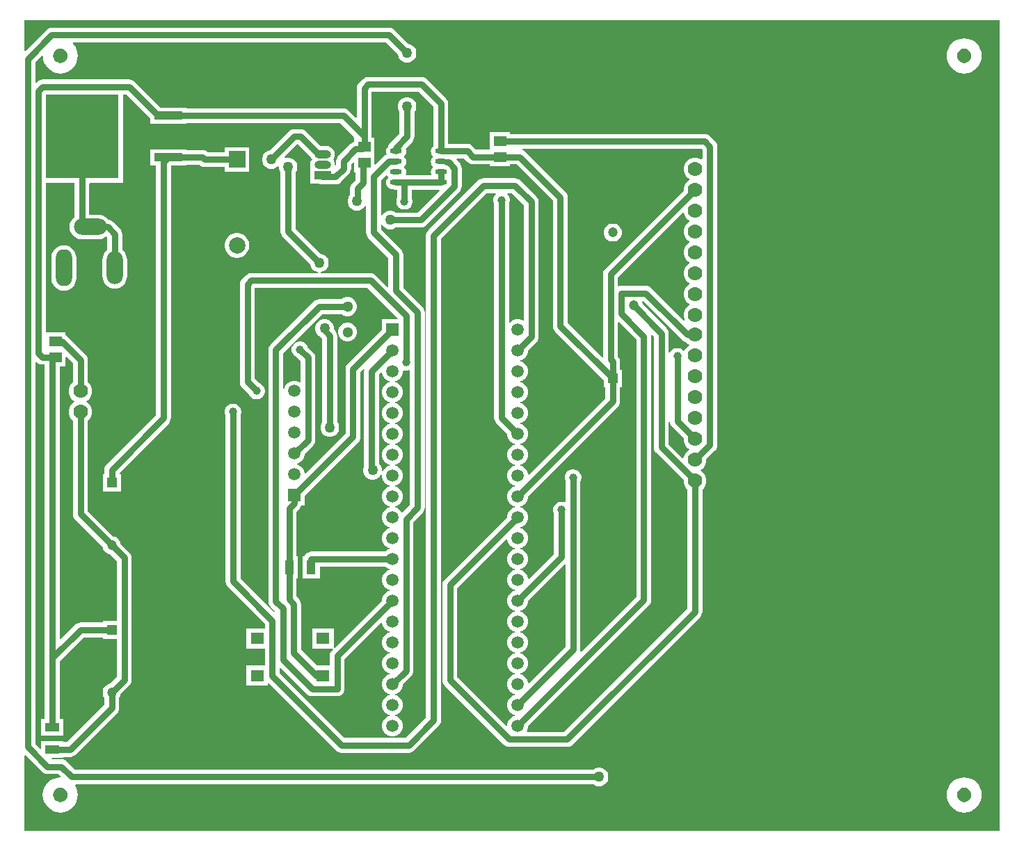
<source format=gtl>
G04*
G04 #@! TF.GenerationSoftware,Altium Limited,Altium Designer,23.1.1 (15)*
G04*
G04 Layer_Physical_Order=1*
G04 Layer_Color=255*
%FSLAX44Y44*%
%MOMM*%
G71*
G04*
G04 #@! TF.SameCoordinates,D6B2EDEF-5A9D-4844-A5D7-26F624485CE4*
G04*
G04*
G04 #@! TF.FilePolarity,Positive*
G04*
G01*
G75*
%ADD17R,1.1000X1.7000*%
%ADD18R,1.6000X1.4000*%
%ADD19R,1.5000X1.3000*%
%ADD20O,1.4500X0.6000*%
%ADD21R,8.9000X10.2500*%
%ADD22R,3.4000X1.0000*%
%ADD23R,1.7000X1.1000*%
%ADD47C,0.8000*%
%ADD48C,1.7780*%
%ADD49C,1.3000*%
%ADD50C,1.5000*%
%ADD51R,1.5000X1.5000*%
%ADD52R,1.5000X1.5000*%
%ADD53R,1.2000X1.2000*%
%ADD54C,1.2000*%
%ADD55O,2.0000X1.0000*%
%ADD56R,2.0000X1.0000*%
%ADD57C,2.0000*%
%ADD58R,2.0000X2.0000*%
%ADD59O,2.0000X4.5000*%
%ADD60O,2.0000X4.0000*%
%ADD61O,4.0000X2.0000*%
%ADD62C,1.5000*%
%ADD63C,1.2700*%
%ADD64C,1.0000*%
G36*
X1594167Y272333D02*
X406953D01*
Y363822D01*
X408126Y364308D01*
X428452Y343982D01*
X430332Y342539D01*
X432522Y341632D01*
X434871Y341323D01*
X448077D01*
X450991Y338408D01*
X450315Y337289D01*
X446390Y336902D01*
X442381Y335686D01*
X438686Y333711D01*
X435447Y331053D01*
X432789Y327814D01*
X430814Y324119D01*
X429598Y320110D01*
X429187Y315940D01*
X429598Y311770D01*
X430814Y307761D01*
X432789Y304066D01*
X435447Y300827D01*
X438686Y298169D01*
X442381Y296194D01*
X446390Y294978D01*
X450560Y294567D01*
X454730Y294978D01*
X458739Y296194D01*
X462434Y298169D01*
X465673Y300827D01*
X468331Y304066D01*
X470306Y307761D01*
X471522Y311770D01*
X471933Y315940D01*
X471522Y320110D01*
X470306Y324119D01*
X468514Y327472D01*
X469049Y328742D01*
X1099196D01*
X1099201Y328738D01*
X1101789Y327243D01*
X1104676Y326470D01*
X1107664D01*
X1110551Y327243D01*
X1113139Y328738D01*
X1115252Y330851D01*
X1116747Y333439D01*
X1117520Y336326D01*
Y339314D01*
X1116747Y342201D01*
X1115252Y344789D01*
X1113139Y346902D01*
X1110551Y348396D01*
X1107664Y349170D01*
X1104676D01*
X1101789Y348396D01*
X1099201Y346902D01*
X1099196Y346898D01*
X468177D01*
X458255Y356819D01*
X456375Y358262D01*
X454186Y359169D01*
X451837Y359478D01*
X439782D01*
X439741Y359540D01*
X440420Y360810D01*
X454190D01*
Y362232D01*
X462496D01*
X464845Y362542D01*
X467035Y363448D01*
X468915Y364891D01*
X519499Y415475D01*
X520942Y417355D01*
X521848Y419544D01*
X522158Y421894D01*
Y434413D01*
X523330Y436444D01*
X523937Y438710D01*
X534739Y449511D01*
X536181Y451391D01*
X537088Y453581D01*
X537398Y455930D01*
Y604520D01*
X537088Y606870D01*
X536181Y609059D01*
X534739Y610939D01*
X523937Y621740D01*
X523330Y624006D01*
X521882Y626514D01*
X519834Y628562D01*
X517326Y630010D01*
X515060Y630617D01*
X484058Y661620D01*
Y771754D01*
X486095Y773791D01*
X487923Y776959D01*
X488870Y780491D01*
Y784149D01*
X487923Y787681D01*
X486095Y790849D01*
X483509Y793435D01*
X481863Y794385D01*
Y795655D01*
X483509Y796605D01*
X486095Y799191D01*
X487923Y802359D01*
X488870Y805891D01*
Y809549D01*
X487923Y813081D01*
X486095Y816249D01*
X484058Y818286D01*
Y845566D01*
X483748Y847915D01*
X482841Y850105D01*
X481399Y851985D01*
X458945Y874439D01*
X457065Y875882D01*
X457000Y875908D01*
Y879520D01*
X432908D01*
Y1061350D01*
X467742D01*
Y1019535D01*
X466162Y1018238D01*
X464288Y1015954D01*
X462895Y1013348D01*
X462037Y1010520D01*
X461747Y1007580D01*
X462037Y1004639D01*
X462895Y1001812D01*
X464288Y999206D01*
X466162Y996922D01*
X468446Y995048D01*
X471052Y993655D01*
X473880Y992797D01*
X476820Y992507D01*
X496820D01*
X499760Y992797D01*
X502588Y993655D01*
X505194Y995048D01*
X506567Y996175D01*
X507742Y995000D01*
Y979535D01*
X506162Y978238D01*
X504287Y975954D01*
X502895Y973348D01*
X502037Y970520D01*
X501747Y967580D01*
Y947580D01*
X502037Y944640D01*
X502895Y941812D01*
X504287Y939206D01*
X506162Y936922D01*
X508446Y935048D01*
X511052Y933655D01*
X513879Y932797D01*
X516820Y932507D01*
X519760Y932797D01*
X522588Y933655D01*
X525194Y935048D01*
X527478Y936922D01*
X529352Y939206D01*
X530745Y941812D01*
X531603Y944640D01*
X531893Y947580D01*
Y967580D01*
X531603Y970520D01*
X530745Y973348D01*
X529352Y975954D01*
X527478Y978238D01*
X525897Y979535D01*
Y998760D01*
X525898Y998760D01*
X525588Y1001109D01*
X524681Y1003299D01*
X523239Y1005179D01*
X523239Y1005179D01*
X514419Y1013999D01*
X512539Y1015441D01*
X510349Y1016348D01*
X508869Y1016543D01*
X507478Y1018238D01*
X505194Y1020112D01*
X502588Y1021505D01*
X499760Y1022363D01*
X496820Y1022653D01*
X485898D01*
Y1059890D01*
X486109Y1060399D01*
X486234Y1061350D01*
X526840D01*
Y1168974D01*
X530910D01*
X559840Y1140044D01*
Y1133000D01*
X603840D01*
Y1133922D01*
X791260D01*
X807588Y1117594D01*
X807920Y1116400D01*
X807920D01*
X807920Y1116400D01*
Y1111179D01*
X807843Y1111168D01*
X805654Y1110262D01*
X803773Y1108819D01*
X788887Y1093932D01*
X787444Y1092052D01*
X786537Y1089863D01*
X786228Y1087513D01*
Y1083044D01*
X785927Y1082853D01*
X785341Y1083073D01*
X784673Y1083563D01*
X784363Y1085920D01*
X783355Y1088353D01*
X782352Y1089660D01*
X783355Y1090967D01*
X784363Y1093400D01*
X784706Y1096010D01*
X784363Y1098621D01*
X783355Y1101053D01*
X781752Y1103142D01*
X779663Y1104745D01*
X777231Y1105753D01*
X774620Y1106096D01*
X767371D01*
X749449Y1124019D01*
X747569Y1125462D01*
X745379Y1126368D01*
X743030Y1126678D01*
X735330D01*
X732980Y1126368D01*
X730791Y1125462D01*
X728911Y1124019D01*
X705902Y1101010D01*
X705896D01*
X703009Y1100237D01*
X700421Y1098742D01*
X698308Y1096629D01*
X696814Y1094041D01*
X696040Y1091154D01*
Y1088166D01*
X696814Y1085279D01*
X698308Y1082691D01*
X700421Y1080578D01*
X703009Y1079083D01*
X705896Y1078310D01*
X708884D01*
X711771Y1079083D01*
X714359Y1080578D01*
X715090Y1081309D01*
X716360Y1080783D01*
Y1079276D01*
X717133Y1076389D01*
X718628Y1073801D01*
X718632Y1073796D01*
Y1002030D01*
X718942Y999681D01*
X719848Y997491D01*
X721291Y995611D01*
X754460Y962442D01*
Y962436D01*
X755234Y959549D01*
X756728Y956961D01*
X758841Y954848D01*
X761429Y953354D01*
X763914Y952688D01*
X763747Y951418D01*
X682866D01*
X680517Y951108D01*
X678327Y950201D01*
X676447Y948759D01*
X676447Y948759D01*
X671761Y944073D01*
X670319Y942193D01*
X669412Y940003D01*
X669102Y937654D01*
Y818896D01*
X669412Y816547D01*
X670319Y814357D01*
X671761Y812477D01*
X679913Y804325D01*
X680038Y803860D01*
X681354Y801580D01*
X683216Y799718D01*
X685496Y798401D01*
X688039Y797720D01*
X690673D01*
X693216Y798401D01*
X695496Y799718D01*
X697358Y801580D01*
X698674Y803860D01*
X699356Y806404D01*
Y809036D01*
X698674Y811580D01*
X697358Y813860D01*
X695496Y815722D01*
X693216Y817038D01*
X692751Y817163D01*
X687258Y822656D01*
Y933262D01*
X824270D01*
X861113Y896420D01*
X860587Y895150D01*
X842210D01*
Y882988D01*
X800285Y841063D01*
X798842Y839183D01*
X797936Y836993D01*
X797626Y834644D01*
Y755854D01*
X749003Y707231D01*
X748406Y707479D01*
X747811Y707835D01*
X746978Y710945D01*
X745332Y713795D01*
X743005Y716123D01*
X740155Y717768D01*
X738683Y718163D01*
Y719477D01*
X740155Y719872D01*
X743005Y721517D01*
X745332Y723845D01*
X746978Y726695D01*
X747830Y729874D01*
Y731182D01*
X758259Y741611D01*
X759702Y743491D01*
X760608Y745680D01*
X760918Y748030D01*
Y848614D01*
X760608Y850964D01*
X759702Y853153D01*
X758259Y855033D01*
X751631Y861661D01*
X751507Y862126D01*
X750190Y864406D01*
X748328Y866268D01*
X746048Y867585D01*
X743504Y868266D01*
X740872D01*
X738328Y867585D01*
X736048Y866268D01*
X734186Y864406D01*
X732869Y862126D01*
X732188Y859583D01*
Y856949D01*
X732869Y854406D01*
X734186Y852126D01*
X736048Y850264D01*
X738328Y848948D01*
X738793Y848823D01*
X742762Y844854D01*
Y819133D01*
X741663Y818498D01*
X740155Y819368D01*
X736976Y820220D01*
X733684D01*
X730505Y819368D01*
X727655Y817722D01*
X725328Y815395D01*
X723682Y812545D01*
X723072Y810267D01*
X721802Y810435D01*
Y853998D01*
X769316Y901512D01*
X792914D01*
X793039Y901388D01*
X795661Y899874D01*
X798586Y899090D01*
X801614D01*
X804539Y899874D01*
X807161Y901388D01*
X809302Y903529D01*
X810816Y906151D01*
X811600Y909076D01*
Y912104D01*
X810816Y915029D01*
X809302Y917651D01*
X807161Y919792D01*
X804539Y921306D01*
X801614Y922090D01*
X798586D01*
X795661Y921306D01*
X793039Y919792D01*
X792914Y919668D01*
X765556D01*
X763206Y919358D01*
X761017Y918452D01*
X759137Y917009D01*
X706305Y864177D01*
X704863Y862297D01*
X703956Y860107D01*
X703646Y857758D01*
Y551590D01*
X703956Y549241D01*
X704863Y547052D01*
X706305Y545172D01*
X711826Y539651D01*
X711764Y539342D01*
X710386Y538923D01*
X669732Y579578D01*
Y778043D01*
X669973Y778460D01*
X670654Y781003D01*
Y783636D01*
X669973Y786180D01*
X668656Y788460D01*
X666794Y790322D01*
X664514Y791638D01*
X661971Y792320D01*
X659337D01*
X656794Y791638D01*
X654514Y790322D01*
X652652Y788460D01*
X651336Y786180D01*
X650654Y783636D01*
Y781003D01*
X651336Y778460D01*
X651576Y778043D01*
Y575818D01*
X651886Y573469D01*
X652793Y571279D01*
X654235Y569399D01*
X699439Y524196D01*
Y518370D01*
X677250D01*
Y494370D01*
X699439D01*
Y473370D01*
X677250D01*
Y449370D01*
X703250D01*
Y451415D01*
X704423Y451901D01*
X786315Y370009D01*
X788195Y368567D01*
X790385Y367660D01*
X792734Y367350D01*
X874776D01*
X877125Y367660D01*
X879315Y368567D01*
X881195Y370009D01*
X911167Y399981D01*
X912609Y401861D01*
X913516Y404051D01*
X913826Y406400D01*
Y993444D01*
X969214Y1048832D01*
X979932D01*
X980458Y1047562D01*
X979550Y1046655D01*
X978233Y1044374D01*
X977552Y1041831D01*
Y1039198D01*
X978233Y1036655D01*
X978474Y1036237D01*
Y775208D01*
X978784Y772859D01*
X979690Y770669D01*
X981133Y768789D01*
X994610Y755312D01*
Y754004D01*
X995462Y750825D01*
X997107Y747975D01*
X999435Y745648D01*
X1002285Y744002D01*
X1003757Y743607D01*
Y742293D01*
X1002285Y741898D01*
X999435Y740253D01*
X997107Y737925D01*
X995462Y735075D01*
X994610Y731896D01*
Y728604D01*
X995462Y725425D01*
X997107Y722575D01*
X999435Y720247D01*
X1002285Y718602D01*
X1003757Y718207D01*
Y716893D01*
X1002285Y716498D01*
X999435Y714853D01*
X997107Y712525D01*
X995462Y709675D01*
X994610Y706496D01*
Y703204D01*
X995462Y700025D01*
X997107Y697175D01*
X999435Y694847D01*
X1002285Y693202D01*
X1003757Y692807D01*
Y691493D01*
X1002285Y691098D01*
X999435Y689453D01*
X997107Y687125D01*
X995462Y684275D01*
X994610Y681096D01*
Y677804D01*
X995462Y674625D01*
X997107Y671775D01*
X999435Y669447D01*
X1002285Y667802D01*
X1003757Y667407D01*
Y666093D01*
X1002285Y665698D01*
X999435Y664053D01*
X997107Y661725D01*
X995462Y658875D01*
X994610Y655696D01*
Y654388D01*
X918141Y577919D01*
X916699Y576039D01*
X915792Y573849D01*
X915482Y571500D01*
Y455930D01*
X915792Y453581D01*
X916699Y451391D01*
X918141Y449511D01*
X990531Y377121D01*
X992411Y375678D01*
X994601Y374772D01*
X996950Y374462D01*
X996950Y374462D01*
X1067308D01*
X1069657Y374772D01*
X1071847Y375678D01*
X1073727Y377121D01*
X1229429Y532823D01*
X1230872Y534703D01*
X1231778Y536893D01*
X1232088Y539242D01*
Y687934D01*
X1234125Y689971D01*
X1235953Y693139D01*
X1236900Y696671D01*
Y700329D01*
X1235953Y703861D01*
X1234125Y707029D01*
X1231539Y709615D01*
X1229893Y710565D01*
Y711835D01*
X1231539Y712785D01*
X1234125Y715371D01*
X1235953Y718539D01*
X1236900Y722071D01*
Y724952D01*
X1247463Y735515D01*
X1248905Y737395D01*
X1249812Y739585D01*
X1250122Y741934D01*
X1250122Y741934D01*
Y1105662D01*
X1249812Y1108011D01*
X1248905Y1110201D01*
X1247463Y1112081D01*
X1247463Y1112081D01*
X1241265Y1118279D01*
X1239385Y1119722D01*
X1237195Y1120628D01*
X1234846Y1120938D01*
X998020D01*
Y1123360D01*
X973020D01*
Y1101937D01*
X956616D01*
X952315Y1106239D01*
X950435Y1107682D01*
X948245Y1108588D01*
X945896Y1108898D01*
X922788D01*
Y1157660D01*
X922788Y1157660D01*
X922478Y1160009D01*
X921572Y1162199D01*
X920129Y1164079D01*
X896689Y1187519D01*
X894809Y1188961D01*
X892619Y1189868D01*
X890270Y1190178D01*
X825106D01*
X822757Y1189868D01*
X820567Y1188961D01*
X818687Y1187519D01*
X818687Y1187519D01*
X814001Y1182833D01*
X812559Y1180953D01*
X811652Y1178763D01*
X811342Y1176414D01*
Y1141175D01*
X810169Y1140689D01*
X801439Y1149419D01*
X799559Y1150862D01*
X797369Y1151768D01*
X795020Y1152078D01*
X603840D01*
Y1153000D01*
X572560D01*
X541089Y1184471D01*
X539209Y1185913D01*
X537019Y1186820D01*
X534670Y1187130D01*
X428516D01*
X426167Y1186820D01*
X423978Y1185913D01*
X422098Y1184471D01*
X422097Y1184471D01*
X421081Y1183454D01*
X419908Y1183940D01*
Y1208187D01*
X428092Y1216371D01*
X429211Y1215695D01*
X429598Y1211770D01*
X430814Y1207761D01*
X432789Y1204066D01*
X435447Y1200827D01*
X438686Y1198169D01*
X442381Y1196194D01*
X446390Y1194978D01*
X450560Y1194567D01*
X454730Y1194978D01*
X458739Y1196194D01*
X462434Y1198169D01*
X465673Y1200827D01*
X468331Y1204066D01*
X470306Y1207761D01*
X471522Y1211770D01*
X471933Y1215940D01*
X471522Y1220110D01*
X470306Y1224119D01*
X468331Y1227814D01*
X465829Y1230862D01*
X466143Y1232132D01*
X846720D01*
X861140Y1217712D01*
Y1217706D01*
X861914Y1214819D01*
X863408Y1212231D01*
X865521Y1210118D01*
X868109Y1208624D01*
X870996Y1207850D01*
X873984D01*
X876871Y1208624D01*
X879459Y1210118D01*
X881572Y1212231D01*
X883066Y1214819D01*
X883840Y1217706D01*
Y1220694D01*
X883066Y1223581D01*
X881572Y1226169D01*
X879459Y1228282D01*
X876871Y1229777D01*
X873984Y1230550D01*
X873978D01*
X856899Y1247629D01*
X855019Y1249072D01*
X852829Y1249978D01*
X850480Y1250288D01*
X440093D01*
X437743Y1249978D01*
X435554Y1249072D01*
X433674Y1247629D01*
X408126Y1222081D01*
X406953Y1222567D01*
Y1259547D01*
X1594167D01*
Y272333D01*
D02*
G37*
G36*
X452806Y1224322D02*
X454899Y1223455D01*
X456696Y1222076D01*
X458075Y1220279D01*
X458942Y1218186D01*
X459237Y1215940D01*
X458942Y1213694D01*
X458075Y1211601D01*
X456696Y1209804D01*
X454899Y1208425D01*
X452806Y1207558D01*
X450560Y1207263D01*
X448314Y1207558D01*
X446221Y1208425D01*
X444424Y1209804D01*
X443045Y1211601D01*
X442178Y1213694D01*
X441883Y1215940D01*
X442178Y1218186D01*
X443045Y1220279D01*
X444424Y1222076D01*
X446221Y1223455D01*
X448314Y1224322D01*
X450560Y1224617D01*
X452806Y1224322D01*
D02*
G37*
G36*
X1231966Y1101902D02*
Y1090564D01*
X1230696Y1089831D01*
X1228371Y1091173D01*
X1224839Y1092120D01*
X1221181D01*
X1217649Y1091173D01*
X1214481Y1089345D01*
X1211895Y1086759D01*
X1210067Y1083591D01*
X1209120Y1080059D01*
Y1076401D01*
X1210067Y1072869D01*
X1211895Y1069701D01*
X1214481Y1067115D01*
X1216127Y1066165D01*
Y1064895D01*
X1214481Y1063945D01*
X1211895Y1061359D01*
X1210067Y1058191D01*
X1209120Y1054659D01*
Y1051778D01*
X1113801Y956459D01*
X1112358Y954579D01*
X1111451Y952389D01*
X1111142Y950040D01*
Y849135D01*
X1109969Y848649D01*
X1068004Y890614D01*
Y1043838D01*
X1067694Y1046187D01*
X1066787Y1048377D01*
X1065345Y1050257D01*
X1016323Y1099279D01*
X1014443Y1100721D01*
X1012533Y1101513D01*
X1012785Y1102783D01*
X1231086D01*
X1231966Y1101902D01*
D02*
G37*
G36*
X904632Y1153900D02*
Y1106199D01*
X903755Y1105526D01*
X902472Y1103855D01*
X901666Y1101908D01*
X901391Y1099820D01*
X901666Y1097732D01*
X902472Y1095786D01*
X903755Y1094114D01*
X903767Y1094105D01*
Y1092835D01*
X903755Y1092826D01*
X902472Y1091154D01*
X901666Y1089208D01*
X901391Y1087120D01*
X901666Y1085032D01*
X902472Y1083085D01*
X903755Y1081414D01*
X903767Y1081405D01*
Y1080135D01*
X903755Y1080126D01*
X902472Y1078455D01*
X901666Y1076508D01*
X901391Y1074420D01*
X901666Y1072332D01*
X901864Y1071854D01*
X901159Y1070798D01*
X871761D01*
X871056Y1071854D01*
X871254Y1072332D01*
X871529Y1074420D01*
X871254Y1076508D01*
X870448Y1078455D01*
X869165Y1080126D01*
X869153Y1080135D01*
Y1081405D01*
X869165Y1081414D01*
X870448Y1083085D01*
X871254Y1085032D01*
X871529Y1087120D01*
X871254Y1089208D01*
X870448Y1091154D01*
X869165Y1092826D01*
X869153Y1092835D01*
Y1094105D01*
X869165Y1094114D01*
X870448Y1095786D01*
X871254Y1097732D01*
X871529Y1099820D01*
X871254Y1101908D01*
X870780Y1103052D01*
X878909Y1111181D01*
X878909Y1111181D01*
X880351Y1113061D01*
X881258Y1115250D01*
X881568Y1117600D01*
Y1147456D01*
X881572Y1147461D01*
X883066Y1150049D01*
X883840Y1152936D01*
Y1155924D01*
X883066Y1158811D01*
X881572Y1161399D01*
X879459Y1163512D01*
X876871Y1165006D01*
X873984Y1165780D01*
X870996D01*
X868109Y1165006D01*
X865521Y1163512D01*
X863408Y1161399D01*
X861914Y1158811D01*
X861140Y1155924D01*
Y1152936D01*
X861914Y1150049D01*
X863408Y1147461D01*
X863412Y1147456D01*
Y1121360D01*
X852101Y1110049D01*
X850658Y1108169D01*
X849752Y1105979D01*
X849741Y1105899D01*
X849254Y1105526D01*
X847972Y1103855D01*
X847166Y1101908D01*
X846891Y1099820D01*
X847166Y1097732D01*
X847946Y1095848D01*
X845853Y1094982D01*
X843973Y1093539D01*
X834093Y1083659D01*
X832920Y1084145D01*
Y1093400D01*
Y1116400D01*
X829553D01*
X829498Y1117600D01*
X829498Y1117600D01*
Y1172022D01*
X886510D01*
X904632Y1153900D01*
D02*
G37*
G36*
X847119Y1070555D02*
X848111Y1070205D01*
X849254Y1068714D01*
X849266Y1068705D01*
Y1067435D01*
X849254Y1067426D01*
X847972Y1065754D01*
X847166Y1063808D01*
X846891Y1061720D01*
X847166Y1059632D01*
X847972Y1057685D01*
X849254Y1056014D01*
X850925Y1054732D01*
X852871Y1053926D01*
X854960Y1053651D01*
X855172D01*
X856860Y1052952D01*
X859210Y1052642D01*
X860364D01*
Y1043099D01*
X860124Y1042682D01*
X859442Y1040138D01*
Y1037505D01*
X860124Y1034962D01*
X861440Y1032682D01*
X863302Y1030820D01*
X865582Y1029503D01*
X868126Y1028822D01*
X870759D01*
X873302Y1029503D01*
X875582Y1030820D01*
X877444Y1032682D01*
X878761Y1034962D01*
X879442Y1037505D01*
Y1040138D01*
X878761Y1042682D01*
X878520Y1043099D01*
Y1052642D01*
X911356D01*
X911842Y1051469D01*
X885451Y1025078D01*
X859144D01*
X859139Y1025082D01*
X856551Y1026577D01*
X853664Y1027350D01*
X850676D01*
X847789Y1026577D01*
X845201Y1025082D01*
X843088Y1022969D01*
X842198Y1021427D01*
X840928Y1021768D01*
Y1064818D01*
X846740Y1070630D01*
X847119Y1070555D01*
D02*
G37*
G36*
X755220Y1092572D02*
X755885Y1090967D01*
X756888Y1089660D01*
X755885Y1088353D01*
X754877Y1085920D01*
X754534Y1083310D01*
X754722Y1081880D01*
X754620Y1080610D01*
X754620Y1080610D01*
X754620Y1080610D01*
Y1060610D01*
X765010D01*
X766636Y1059937D01*
X768985Y1059627D01*
X785495D01*
X787844Y1059937D01*
X790034Y1060844D01*
X791914Y1062286D01*
X801724Y1072097D01*
X803167Y1073977D01*
X804074Y1076166D01*
X804383Y1078516D01*
Y1083753D01*
X806747Y1086117D01*
X807920Y1085631D01*
Y1074400D01*
X809772D01*
Y1064970D01*
X806010Y1061208D01*
X804568Y1059328D01*
X803661Y1057139D01*
X803352Y1054789D01*
Y1046733D01*
X802448Y1045829D01*
X800954Y1043241D01*
X800180Y1040354D01*
Y1037366D01*
X800954Y1034479D01*
X802448Y1031891D01*
X804561Y1029778D01*
X807149Y1028283D01*
X810036Y1027510D01*
X813024D01*
X815911Y1028283D01*
X818499Y1029778D01*
X820612Y1031891D01*
X821502Y1033433D01*
X822772Y1033092D01*
Y1000760D01*
X823082Y998411D01*
X823988Y996221D01*
X825431Y994341D01*
X849774Y969998D01*
Y935094D01*
X848600Y934608D01*
X834449Y948759D01*
X832569Y950201D01*
X830380Y951108D01*
X828030Y951418D01*
X767873D01*
X767706Y952688D01*
X770191Y953354D01*
X772779Y954848D01*
X774892Y956961D01*
X776386Y959549D01*
X777160Y962436D01*
Y965424D01*
X776386Y968311D01*
X774892Y970899D01*
X772779Y973012D01*
X770191Y974507D01*
X767304Y975280D01*
X767298D01*
X736788Y1005790D01*
Y1073796D01*
X736792Y1073801D01*
X738287Y1076389D01*
X739060Y1079276D01*
Y1082264D01*
X738287Y1085151D01*
X736792Y1087739D01*
X734679Y1089852D01*
X732091Y1091347D01*
X729204Y1092120D01*
X726216D01*
X723850Y1091486D01*
X723192Y1092625D01*
X739090Y1108522D01*
X739270D01*
X755220Y1092572D01*
D02*
G37*
G36*
X1014542Y1034592D02*
Y894063D01*
X1013443Y893428D01*
X1011935Y894298D01*
X1008756Y895150D01*
X1005464D01*
X1002285Y894298D01*
X999435Y892653D01*
X997900Y891117D01*
X996630Y891643D01*
Y1036237D01*
X996870Y1036655D01*
X997552Y1039198D01*
Y1041831D01*
X996870Y1044374D01*
X995554Y1046655D01*
X994646Y1047562D01*
X995172Y1048832D01*
X1000302D01*
X1014542Y1034592D01*
D02*
G37*
G36*
X1209394Y1024580D02*
X1210067Y1022069D01*
X1211895Y1018901D01*
X1214481Y1016315D01*
X1216127Y1015365D01*
Y1014095D01*
X1214481Y1013145D01*
X1211895Y1010559D01*
X1210067Y1007391D01*
X1209120Y1003859D01*
Y1000201D01*
X1210067Y996669D01*
X1211895Y993501D01*
X1214481Y990915D01*
X1216127Y989965D01*
Y988695D01*
X1214481Y987745D01*
X1211895Y985159D01*
X1210067Y981991D01*
X1209120Y978459D01*
Y974801D01*
X1210067Y971269D01*
X1211895Y968101D01*
X1214481Y965515D01*
X1216127Y964565D01*
Y963295D01*
X1214481Y962345D01*
X1211895Y959759D01*
X1210067Y956591D01*
X1209120Y953059D01*
Y949401D01*
X1210067Y945869D01*
X1211895Y942701D01*
X1214481Y940115D01*
X1216127Y939165D01*
Y937895D01*
X1214481Y936945D01*
X1211895Y934359D01*
X1210067Y931191D01*
X1209120Y927659D01*
Y924001D01*
X1210067Y920469D01*
X1211895Y917301D01*
X1214481Y914715D01*
X1216127Y913765D01*
Y912495D01*
X1214481Y911545D01*
X1211895Y908959D01*
X1210067Y905791D01*
X1209120Y902259D01*
Y898601D01*
X1210067Y895069D01*
X1210641Y894073D01*
X1209625Y893293D01*
X1169639Y933279D01*
X1167759Y934722D01*
X1165570Y935629D01*
X1163220Y935938D01*
X1133220D01*
X1130871Y935629D01*
X1130353Y935414D01*
X1129297Y936120D01*
Y946280D01*
X1207977Y1024959D01*
X1209394Y1024580D01*
D02*
G37*
G36*
X1207362Y869881D02*
X1209242Y868438D01*
X1211431Y867532D01*
X1212242Y867425D01*
X1214481Y865185D01*
X1216127Y864235D01*
Y862965D01*
X1214481Y862015D01*
X1211895Y859429D01*
X1210479Y856976D01*
X1210367Y856905D01*
X1208951Y856779D01*
X1207560Y858170D01*
X1205280Y859486D01*
X1202737Y860168D01*
X1200104D01*
X1197560Y859486D01*
X1195280Y858170D01*
X1193418Y856308D01*
X1192464Y854655D01*
X1191194Y854995D01*
Y877964D01*
X1191194Y877964D01*
X1190884Y880314D01*
X1189977Y882503D01*
X1188535Y884383D01*
X1159078Y913840D01*
X1158513Y915947D01*
X1158611Y916315D01*
X1159259Y917280D01*
X1159898Y917345D01*
X1207362Y869881D01*
D02*
G37*
G36*
X876133Y832545D02*
Y669546D01*
X866768Y660181D01*
X865508Y660346D01*
X864713Y661725D01*
X862385Y664053D01*
X859535Y665698D01*
X858063Y666093D01*
Y667407D01*
X859535Y667802D01*
X862385Y669447D01*
X864713Y671775D01*
X866358Y674625D01*
X867210Y677804D01*
Y681096D01*
X866358Y684275D01*
X864713Y687125D01*
X862385Y689453D01*
X859535Y691098D01*
X858063Y691493D01*
Y692807D01*
X859535Y693202D01*
X862385Y694847D01*
X864713Y697175D01*
X866358Y700025D01*
X867210Y703204D01*
Y706496D01*
X866358Y709675D01*
X864713Y712525D01*
X862385Y714853D01*
X859535Y716498D01*
X858063Y716893D01*
Y718207D01*
X859535Y718602D01*
X862385Y720247D01*
X864713Y722575D01*
X866358Y725425D01*
X867210Y728604D01*
Y731896D01*
X866358Y735075D01*
X864713Y737925D01*
X862385Y740253D01*
X859535Y741898D01*
X858063Y742293D01*
Y743607D01*
X859535Y744002D01*
X862385Y745648D01*
X864713Y747975D01*
X866358Y750825D01*
X867210Y754004D01*
Y757296D01*
X866358Y760475D01*
X864713Y763325D01*
X862385Y765652D01*
X859535Y767298D01*
X858063Y767693D01*
Y769007D01*
X859535Y769402D01*
X862385Y771048D01*
X864713Y773375D01*
X866358Y776225D01*
X867210Y779404D01*
Y782696D01*
X866358Y785875D01*
X864713Y788725D01*
X862385Y791052D01*
X859535Y792698D01*
X858063Y793093D01*
Y794407D01*
X859535Y794802D01*
X862385Y796448D01*
X864713Y798775D01*
X866358Y801625D01*
X867210Y804804D01*
Y808096D01*
X866358Y811275D01*
X864713Y814125D01*
X862385Y816452D01*
X859535Y818098D01*
X858063Y818493D01*
Y819807D01*
X859535Y820202D01*
X862385Y821848D01*
X864713Y824175D01*
X866358Y827025D01*
X867210Y830204D01*
Y831932D01*
X868480Y832906D01*
X869894Y832528D01*
X872527D01*
X874863Y833154D01*
X876133Y832545D01*
D02*
G37*
G36*
X1192652Y768541D02*
X1193559Y766351D01*
X1195001Y764471D01*
X1209120Y750352D01*
Y747471D01*
X1210067Y743939D01*
X1211895Y740771D01*
X1214481Y738185D01*
X1216127Y737235D01*
Y735965D01*
X1214481Y735015D01*
X1211895Y732429D01*
X1210067Y729261D01*
X1209394Y726750D01*
X1207977Y726370D01*
X1191194Y743154D01*
Y769886D01*
X1192464Y769969D01*
X1192652Y768541D01*
D02*
G37*
G36*
X841634Y830491D02*
X842229Y830135D01*
X843062Y827025D01*
X844707Y824175D01*
X847035Y821848D01*
X849885Y820202D01*
X851357Y819807D01*
Y818493D01*
X849885Y818098D01*
X847035Y816452D01*
X844707Y814125D01*
X843062Y811275D01*
X842210Y808096D01*
Y804804D01*
X843062Y801625D01*
X844707Y798775D01*
X847035Y796448D01*
X849885Y794802D01*
X851357Y794407D01*
Y793093D01*
X849885Y792698D01*
X847035Y791052D01*
X844707Y788725D01*
X843062Y785875D01*
X842210Y782696D01*
Y779404D01*
X843062Y776225D01*
X844707Y773375D01*
X847035Y771048D01*
X849885Y769402D01*
X851357Y769007D01*
Y767693D01*
X849885Y767298D01*
X847035Y765652D01*
X844707Y763325D01*
X843062Y760475D01*
X842210Y757296D01*
Y754004D01*
X843062Y750825D01*
X844707Y747975D01*
X847035Y745648D01*
X849885Y744002D01*
X851357Y743607D01*
Y742293D01*
X849885Y741898D01*
X847035Y740253D01*
X844707Y737925D01*
X843062Y735075D01*
X842210Y731896D01*
Y728604D01*
X843062Y725425D01*
X844707Y722575D01*
X847035Y720247D01*
X849885Y718602D01*
X851357Y718207D01*
Y716893D01*
X849885Y716498D01*
X847035Y714853D01*
X844707Y712525D01*
X843200Y709914D01*
X842147Y710041D01*
X841930Y710127D01*
Y712694D01*
X841156Y715581D01*
X839662Y718169D01*
X838388Y719444D01*
Y828090D01*
X841037Y830739D01*
X841634Y830491D01*
D02*
G37*
G36*
X946437Y1086441D02*
X948317Y1084998D01*
X950507Y1084092D01*
X952856Y1083782D01*
X973020D01*
Y1081360D01*
X998020D01*
Y1083782D01*
X1006144D01*
X1049848Y1040078D01*
Y886854D01*
X1050158Y884505D01*
X1051065Y882315D01*
X1052507Y880435D01*
X1111820Y821122D01*
Y811960D01*
X1113743D01*
Y798920D01*
X1020783Y705961D01*
X1020186Y706209D01*
X1019591Y706565D01*
X1018758Y709675D01*
X1017113Y712525D01*
X1014785Y714853D01*
X1011935Y716498D01*
X1010463Y716893D01*
Y718207D01*
X1011935Y718602D01*
X1014785Y720247D01*
X1017113Y722575D01*
X1018758Y725425D01*
X1019610Y728604D01*
Y731896D01*
X1018758Y735075D01*
X1017113Y737925D01*
X1014785Y740253D01*
X1011935Y741898D01*
X1010463Y742293D01*
Y743607D01*
X1011935Y744002D01*
X1014785Y745648D01*
X1017113Y747975D01*
X1018758Y750825D01*
X1019610Y754004D01*
Y757296D01*
X1018758Y760475D01*
X1017113Y763325D01*
X1014785Y765652D01*
X1011935Y767298D01*
X1010463Y767693D01*
Y769007D01*
X1011935Y769402D01*
X1014785Y771048D01*
X1017113Y773375D01*
X1018758Y776225D01*
X1019610Y779404D01*
Y782696D01*
X1018758Y785875D01*
X1017113Y788725D01*
X1014785Y791052D01*
X1011935Y792698D01*
X1010463Y793093D01*
Y794407D01*
X1011935Y794802D01*
X1014785Y796448D01*
X1017113Y798775D01*
X1018758Y801625D01*
X1019610Y804804D01*
Y808096D01*
X1018758Y811275D01*
X1017113Y814125D01*
X1014785Y816452D01*
X1011935Y818098D01*
X1010463Y818493D01*
Y819807D01*
X1011935Y820202D01*
X1014785Y821848D01*
X1017113Y824175D01*
X1018758Y827025D01*
X1019610Y830204D01*
Y833496D01*
X1018758Y836675D01*
X1017113Y839525D01*
X1014785Y841852D01*
X1011935Y843498D01*
X1010463Y843893D01*
Y845207D01*
X1011935Y845602D01*
X1014785Y847247D01*
X1017113Y849575D01*
X1018758Y852425D01*
X1019610Y855604D01*
Y856912D01*
X1030039Y867341D01*
X1031481Y869221D01*
X1032388Y871411D01*
X1032698Y873760D01*
Y1038352D01*
X1032388Y1040702D01*
X1031481Y1042891D01*
X1030039Y1044771D01*
X1030039Y1044771D01*
X1010481Y1064329D01*
X1008601Y1065771D01*
X1006411Y1066678D01*
X1004062Y1066988D01*
X965454D01*
X963104Y1066678D01*
X960915Y1065771D01*
X959035Y1064329D01*
X959035Y1064329D01*
X898329Y1003623D01*
X896887Y1001743D01*
X895980Y999553D01*
X895670Y997204D01*
Y410160D01*
X871016Y385506D01*
X796494D01*
X717594Y464406D01*
Y470081D01*
X718767Y470567D01*
X750491Y438843D01*
X752371Y437401D01*
X754560Y436494D01*
X756910Y436184D01*
X756910Y436184D01*
X787400D01*
X789750Y436494D01*
X791939Y437401D01*
X793819Y438843D01*
X795262Y440723D01*
X796168Y442912D01*
X796478Y445262D01*
Y481380D01*
X841037Y525939D01*
X841634Y525691D01*
X842229Y525335D01*
X843062Y522225D01*
X844707Y519375D01*
X847035Y517048D01*
X849885Y515402D01*
X851357Y515007D01*
Y513693D01*
X849885Y513298D01*
X847035Y511652D01*
X844707Y509325D01*
X843062Y506475D01*
X842210Y503296D01*
Y500004D01*
X843062Y496825D01*
X844707Y493975D01*
X847035Y491647D01*
X849885Y490002D01*
X851357Y489607D01*
Y488293D01*
X849885Y487898D01*
X847035Y486253D01*
X844707Y483925D01*
X843062Y481075D01*
X842210Y477896D01*
Y474604D01*
X843062Y471425D01*
X844707Y468575D01*
X847035Y466247D01*
X849885Y464602D01*
X851357Y464207D01*
Y462893D01*
X849885Y462498D01*
X847035Y460853D01*
X844707Y458525D01*
X843062Y455675D01*
X842210Y452496D01*
Y449204D01*
X843062Y446025D01*
X844707Y443175D01*
X847035Y440848D01*
X849885Y439202D01*
X851357Y438807D01*
Y437493D01*
X849885Y437098D01*
X847035Y435452D01*
X844707Y433125D01*
X843062Y430275D01*
X842210Y427096D01*
Y423804D01*
X843062Y420625D01*
X844707Y417775D01*
X847035Y415448D01*
X849885Y413802D01*
X851357Y413407D01*
Y412093D01*
X849885Y411698D01*
X847035Y410052D01*
X844707Y407725D01*
X843062Y404875D01*
X842210Y401696D01*
Y398404D01*
X843062Y395225D01*
X844707Y392375D01*
X847035Y390047D01*
X849885Y388402D01*
X853064Y387550D01*
X856356D01*
X859535Y388402D01*
X862385Y390047D01*
X864713Y392375D01*
X866358Y395225D01*
X867210Y398404D01*
Y401696D01*
X866358Y404875D01*
X864713Y407725D01*
X862385Y410052D01*
X859535Y411698D01*
X858063Y412093D01*
Y413407D01*
X859535Y413802D01*
X862385Y415448D01*
X864713Y417775D01*
X866358Y420625D01*
X867210Y423804D01*
Y427096D01*
X866358Y430275D01*
X864713Y433125D01*
X862385Y435452D01*
X859535Y437098D01*
X858063Y437493D01*
Y438807D01*
X859535Y439202D01*
X862385Y440848D01*
X864713Y443175D01*
X866358Y446025D01*
X867210Y449204D01*
Y450512D01*
X877629Y460931D01*
X877629Y460931D01*
X879072Y462811D01*
X879978Y465000D01*
X880288Y467350D01*
X880288Y467350D01*
Y648025D01*
X891629Y659367D01*
X891629Y659367D01*
X893072Y661247D01*
X893979Y663436D01*
X894288Y665786D01*
Y903545D01*
X893979Y905894D01*
X893072Y908084D01*
X891629Y909964D01*
X867929Y933664D01*
Y973759D01*
X867620Y976108D01*
X866713Y978298D01*
X865270Y980178D01*
X840928Y1004520D01*
Y1010232D01*
X842198Y1010573D01*
X843088Y1009031D01*
X845201Y1006918D01*
X847789Y1005424D01*
X850676Y1004650D01*
X853664D01*
X856551Y1005424D01*
X859139Y1006918D01*
X859144Y1006922D01*
X889211D01*
X891560Y1007232D01*
X893749Y1008139D01*
X895630Y1009581D01*
X936379Y1050331D01*
X936379Y1050331D01*
X937822Y1052211D01*
X938728Y1054400D01*
X939038Y1056749D01*
X939038Y1056750D01*
Y1079390D01*
X939038Y1079391D01*
X938728Y1081740D01*
X937822Y1083929D01*
X936379Y1085809D01*
X936379Y1085809D01*
X932619Y1089569D01*
X933105Y1090742D01*
X942136D01*
X946437Y1086441D01*
D02*
G37*
G36*
X465902Y841806D02*
Y818286D01*
X463865Y816249D01*
X462037Y813081D01*
X461090Y809549D01*
Y805891D01*
X462037Y802359D01*
X463865Y799191D01*
X466451Y796605D01*
X468097Y795655D01*
Y794385D01*
X466451Y793435D01*
X463865Y790849D01*
X462037Y787681D01*
X461090Y784149D01*
Y780491D01*
X462037Y776959D01*
X463865Y773791D01*
X465902Y771754D01*
Y657860D01*
X466212Y655511D01*
X467118Y653321D01*
X468561Y651441D01*
X502223Y617780D01*
X502830Y615514D01*
X504278Y613006D01*
X506326Y610958D01*
X508834Y609510D01*
X511100Y608903D01*
X519242Y600760D01*
Y527890D01*
X502080D01*
Y525968D01*
X474980D01*
X472631Y525658D01*
X470441Y524752D01*
X468561Y523309D01*
X450941Y505689D01*
X449768Y506175D01*
Y837520D01*
X457000D01*
Y849049D01*
X458173Y849535D01*
X465902Y841806D01*
D02*
G37*
G36*
X820488Y833795D02*
X820232Y831850D01*
Y715977D01*
X820004Y715581D01*
X819230Y712694D01*
Y709706D01*
X820004Y706819D01*
X821498Y704231D01*
X823611Y702118D01*
X826199Y700623D01*
X829086Y699850D01*
X832074D01*
X834961Y700623D01*
X837549Y702118D01*
X839662Y704231D01*
X840940Y706444D01*
X842210Y706104D01*
Y703204D01*
X843062Y700025D01*
X844707Y697175D01*
X847035Y694847D01*
X849885Y693202D01*
X851357Y692807D01*
Y691493D01*
X849885Y691098D01*
X847035Y689453D01*
X844707Y687125D01*
X843062Y684275D01*
X842210Y681096D01*
Y677804D01*
X843062Y674625D01*
X844707Y671775D01*
X847035Y669447D01*
X849885Y667802D01*
X851357Y667407D01*
Y666093D01*
X849885Y665698D01*
X847035Y664053D01*
X844707Y661725D01*
X843062Y658875D01*
X842210Y655696D01*
Y652404D01*
X843062Y649225D01*
X844707Y646375D01*
X847035Y644047D01*
X849885Y642402D01*
X851357Y642007D01*
Y640693D01*
X849885Y640298D01*
X847035Y638652D01*
X844707Y636325D01*
X843062Y633475D01*
X842210Y630296D01*
Y627004D01*
X843062Y623825D01*
X844707Y620975D01*
X847035Y618647D01*
X849885Y617002D01*
X851357Y616607D01*
Y615293D01*
X849885Y614898D01*
X847035Y613252D01*
X846110Y612328D01*
X755980D01*
X753631Y612018D01*
X751441Y611111D01*
X749561Y609669D01*
X748119Y607789D01*
X747622Y606590D01*
X745480D01*
Y579590D01*
X766480D01*
Y594172D01*
X846110D01*
X847035Y593247D01*
X849885Y591602D01*
X851357Y591207D01*
Y589893D01*
X849885Y589498D01*
X847035Y587853D01*
X844707Y585525D01*
X843062Y582675D01*
X842210Y579496D01*
Y576204D01*
X843062Y573025D01*
X844707Y570175D01*
X847035Y567848D01*
X849885Y566202D01*
X851357Y565807D01*
Y564493D01*
X849885Y564098D01*
X847035Y562453D01*
X844707Y560125D01*
X843062Y557275D01*
X842210Y554096D01*
Y552788D01*
X784520Y495098D01*
X783250Y495624D01*
Y518370D01*
X757250D01*
Y494370D01*
X781996D01*
X782522Y493100D01*
X780981Y491559D01*
X779538Y489679D01*
X778632Y487489D01*
X778322Y485140D01*
Y473370D01*
X762838D01*
X743594Y492614D01*
Y548183D01*
X743285Y550533D01*
X742378Y552722D01*
X740936Y554602D01*
X738058Y557480D01*
Y579590D01*
X739480D01*
Y606590D01*
X738058D01*
Y661034D01*
X741749Y664725D01*
X741749Y664725D01*
X743192Y666605D01*
X743860Y668220D01*
X747830D01*
Y680382D01*
X813123Y745675D01*
X814566Y747555D01*
X815472Y749744D01*
X815782Y752094D01*
Y830884D01*
X819309Y834412D01*
X820488Y833795D01*
D02*
G37*
G36*
X1151448Y870634D02*
Y557226D01*
X1084555Y490332D01*
X1083376Y490950D01*
X1083632Y492894D01*
Y698167D01*
X1083873Y698584D01*
X1084554Y701128D01*
Y703761D01*
X1083873Y706304D01*
X1082556Y708584D01*
X1080694Y710446D01*
X1078414Y711763D01*
X1075871Y712444D01*
X1073238D01*
X1070694Y711763D01*
X1068414Y710446D01*
X1066552Y708584D01*
X1065236Y706304D01*
X1064554Y703761D01*
Y701128D01*
X1065236Y698584D01*
X1065477Y698167D01*
Y672855D01*
X1064536Y672312D01*
X1064206Y672286D01*
X1061767Y672940D01*
X1059134D01*
X1056590Y672259D01*
X1054310Y670942D01*
X1052448Y669080D01*
X1051132Y666800D01*
X1050450Y664257D01*
Y661624D01*
X1051132Y659080D01*
X1051372Y658663D01*
Y609550D01*
X1020783Y578961D01*
X1020186Y579209D01*
X1019591Y579565D01*
X1018758Y582675D01*
X1017113Y585525D01*
X1014785Y587853D01*
X1011935Y589498D01*
X1010463Y589893D01*
Y591207D01*
X1011935Y591602D01*
X1014785Y593247D01*
X1017113Y595575D01*
X1018758Y598425D01*
X1019610Y601604D01*
Y604896D01*
X1018758Y608075D01*
X1017113Y610925D01*
X1014785Y613252D01*
X1011935Y614898D01*
X1010463Y615293D01*
Y616607D01*
X1011935Y617002D01*
X1014785Y618647D01*
X1017113Y620975D01*
X1018758Y623825D01*
X1019610Y627004D01*
Y630296D01*
X1018758Y633475D01*
X1017113Y636325D01*
X1014785Y638652D01*
X1011935Y640298D01*
X1010463Y640693D01*
Y642007D01*
X1011935Y642402D01*
X1014785Y644047D01*
X1017113Y646375D01*
X1018758Y649225D01*
X1019610Y652404D01*
Y655696D01*
X1018758Y658875D01*
X1017113Y661725D01*
X1014785Y664053D01*
X1011935Y665698D01*
X1010463Y666093D01*
Y667407D01*
X1011935Y667802D01*
X1014785Y669447D01*
X1017113Y671775D01*
X1018758Y674625D01*
X1019610Y677804D01*
Y679112D01*
X1129239Y788741D01*
X1130682Y790621D01*
X1131589Y792811D01*
X1131898Y795160D01*
Y811960D01*
X1133820D01*
Y833960D01*
X1131898D01*
Y843508D01*
X1131589Y845857D01*
X1130682Y848046D01*
X1129297Y849850D01*
Y891125D01*
X1130471Y891612D01*
X1151448Y870634D01*
D02*
G37*
G36*
X1065477Y596319D02*
Y496654D01*
X1020783Y451961D01*
X1020186Y452209D01*
X1019591Y452565D01*
X1018758Y455675D01*
X1017113Y458525D01*
X1014785Y460853D01*
X1011935Y462498D01*
X1010463Y462893D01*
Y464207D01*
X1011935Y464602D01*
X1014785Y466247D01*
X1017113Y468575D01*
X1018758Y471425D01*
X1019610Y474604D01*
Y477896D01*
X1018758Y481075D01*
X1017113Y483925D01*
X1014785Y486253D01*
X1011935Y487898D01*
X1010463Y488293D01*
Y489607D01*
X1011935Y490002D01*
X1014785Y491647D01*
X1017113Y493975D01*
X1018758Y496825D01*
X1019610Y500004D01*
Y503296D01*
X1018758Y506475D01*
X1017113Y509325D01*
X1014785Y511652D01*
X1011935Y513298D01*
X1010463Y513693D01*
Y515007D01*
X1011935Y515402D01*
X1014785Y517048D01*
X1017113Y519375D01*
X1018758Y522225D01*
X1019610Y525404D01*
Y528696D01*
X1018758Y531875D01*
X1017113Y534725D01*
X1014785Y537052D01*
X1011935Y538698D01*
X1010463Y539093D01*
Y540407D01*
X1011935Y540802D01*
X1014785Y542448D01*
X1017113Y544775D01*
X1018758Y547625D01*
X1019610Y550804D01*
Y552112D01*
X1064303Y596805D01*
X1065477Y596319D01*
D02*
G37*
G36*
X994034Y627291D02*
X994629Y626935D01*
X995462Y623825D01*
X997107Y620975D01*
X999435Y618647D01*
X1002285Y617002D01*
X1003757Y616607D01*
Y615293D01*
X1002285Y614898D01*
X999435Y613252D01*
X997107Y610925D01*
X995462Y608075D01*
X994610Y604896D01*
Y601604D01*
X995462Y598425D01*
X997107Y595575D01*
X999435Y593247D01*
X1002285Y591602D01*
X1003757Y591207D01*
Y589893D01*
X1002285Y589498D01*
X999435Y587853D01*
X997107Y585525D01*
X995462Y582675D01*
X994610Y579496D01*
Y576204D01*
X995462Y573025D01*
X997107Y570175D01*
X999435Y567848D01*
X1002285Y566202D01*
X1003757Y565807D01*
Y564493D01*
X1002285Y564098D01*
X999435Y562453D01*
X997107Y560125D01*
X995462Y557275D01*
X994610Y554096D01*
Y550804D01*
X995462Y547625D01*
X997107Y544775D01*
X999435Y542448D01*
X1002285Y540802D01*
X1003757Y540407D01*
Y539093D01*
X1002285Y538698D01*
X999435Y537052D01*
X997107Y534725D01*
X995462Y531875D01*
X994610Y528696D01*
Y525404D01*
X995462Y522225D01*
X997107Y519375D01*
X999435Y517048D01*
X1002285Y515402D01*
X1003757Y515007D01*
Y513693D01*
X1002285Y513298D01*
X999435Y511652D01*
X997107Y509325D01*
X995462Y506475D01*
X994610Y503296D01*
Y500004D01*
X995462Y496825D01*
X997107Y493975D01*
X999435Y491647D01*
X1002285Y490002D01*
X1003757Y489607D01*
Y488293D01*
X1002285Y487898D01*
X999435Y486253D01*
X997107Y483925D01*
X995462Y481075D01*
X994610Y477896D01*
Y474604D01*
X995462Y471425D01*
X997107Y468575D01*
X999435Y466247D01*
X1002285Y464602D01*
X1003757Y464207D01*
Y462893D01*
X1002285Y462498D01*
X999435Y460853D01*
X997107Y458525D01*
X995462Y455675D01*
X994610Y452496D01*
Y449204D01*
X995462Y446025D01*
X997107Y443175D01*
X999435Y440848D01*
X1002285Y439202D01*
X1003757Y438807D01*
Y437493D01*
X1002285Y437098D01*
X999435Y435452D01*
X997107Y433125D01*
X995462Y430275D01*
X994610Y427096D01*
Y423804D01*
X995462Y420625D01*
X997107Y417775D01*
X999435Y415448D01*
X1002285Y413802D01*
X1003757Y413407D01*
Y412093D01*
X1002285Y411698D01*
X999435Y410052D01*
X997107Y407725D01*
X995462Y404875D01*
X994610Y401696D01*
Y400377D01*
X993437Y399891D01*
X933638Y459690D01*
Y567740D01*
X993437Y627539D01*
X994034Y627291D01*
D02*
G37*
G36*
X1173038Y874204D02*
Y739394D01*
X1173348Y737045D01*
X1174255Y734855D01*
X1175697Y732975D01*
X1209120Y699552D01*
Y696671D01*
X1210067Y693139D01*
X1211895Y689971D01*
X1213932Y687934D01*
Y543002D01*
X1063548Y392618D01*
X1018523D01*
X1017888Y393717D01*
X1018758Y395225D01*
X1019610Y398404D01*
Y399712D01*
X1166945Y547047D01*
X1168388Y548927D01*
X1169294Y551117D01*
X1169604Y553466D01*
Y874394D01*
X1169384Y876062D01*
X1170587Y876656D01*
X1173038Y874204D01*
D02*
G37*
G36*
X422097Y842601D02*
X422098Y842601D01*
X423978Y841158D01*
X426167Y840252D01*
X428516Y839942D01*
X431612D01*
Y482600D01*
Y408810D01*
X427190D01*
Y387810D01*
X454190D01*
Y408810D01*
X449768D01*
Y478840D01*
X478740Y507812D01*
X502080D01*
Y505890D01*
X519242D01*
Y459690D01*
X511100Y451547D01*
X508834Y450940D01*
X506326Y449492D01*
X504278Y447444D01*
X502830Y444936D01*
X502080Y442138D01*
Y439242D01*
X502830Y436444D01*
X504002Y434413D01*
Y425654D01*
X458736Y380387D01*
X454190D01*
Y381810D01*
X427190D01*
Y372579D01*
X426017Y372093D01*
X419908Y378202D01*
Y843131D01*
X421081Y843617D01*
X422097Y842601D01*
D02*
G37*
G36*
X452806Y324322D02*
X454899Y323455D01*
X456696Y322076D01*
X458075Y320279D01*
X458942Y318186D01*
X459237Y315940D01*
X458942Y313694D01*
X458075Y311601D01*
X456696Y309804D01*
X454899Y308425D01*
X452806Y307558D01*
X450560Y307263D01*
X448314Y307558D01*
X446221Y308425D01*
X444424Y309804D01*
X443045Y311601D01*
X442178Y313694D01*
X441883Y315940D01*
X442178Y318186D01*
X443045Y320279D01*
X444424Y322076D01*
X446221Y323455D01*
X448314Y324322D01*
X450560Y324617D01*
X452806Y324322D01*
D02*
G37*
%LPC*%
G36*
X1550560Y1237313D02*
X1546390Y1236902D01*
X1542381Y1235686D01*
X1538686Y1233711D01*
X1535447Y1231053D01*
X1532789Y1227814D01*
X1530814Y1224119D01*
X1529598Y1220110D01*
X1529187Y1215940D01*
X1529598Y1211770D01*
X1530814Y1207761D01*
X1532789Y1204066D01*
X1535447Y1200827D01*
X1538686Y1198169D01*
X1542381Y1196194D01*
X1546390Y1194978D01*
X1550560Y1194567D01*
X1554730Y1194978D01*
X1558739Y1196194D01*
X1562434Y1198169D01*
X1565673Y1200827D01*
X1568331Y1204066D01*
X1570306Y1207761D01*
X1571522Y1211770D01*
X1571933Y1215940D01*
X1571522Y1220110D01*
X1570306Y1224119D01*
X1568331Y1227814D01*
X1565673Y1231053D01*
X1562434Y1233711D01*
X1558739Y1235686D01*
X1554730Y1236902D01*
X1550560Y1237313D01*
D02*
G37*
G36*
X680480Y1104660D02*
X650480D01*
Y1098738D01*
X630088D01*
X628363Y1100061D01*
X626173Y1100968D01*
X623824Y1101278D01*
X603840D01*
Y1102200D01*
X559840D01*
Y1082200D01*
X566994D01*
Y778460D01*
X506661Y718127D01*
X505219Y716247D01*
X504312Y714057D01*
X504002Y711708D01*
Y706960D01*
X502080D01*
Y684960D01*
X524080D01*
Y706960D01*
X522839D01*
X522440Y708230D01*
X582491Y768281D01*
X583933Y770161D01*
X584840Y772351D01*
X585150Y774700D01*
X585150Y774700D01*
Y1082200D01*
X603840D01*
Y1083122D01*
X620100D01*
X621825Y1081798D01*
X624015Y1080892D01*
X626364Y1080582D01*
X650480D01*
Y1074660D01*
X680480D01*
Y1104660D01*
D02*
G37*
G36*
X666957Y1000060D02*
X664003D01*
X661105Y999484D01*
X658375Y998353D01*
X655918Y996712D01*
X653829Y994622D01*
X652187Y992165D01*
X651057Y989436D01*
X650480Y986538D01*
Y983583D01*
X651057Y980685D01*
X652187Y977955D01*
X653829Y975498D01*
X655918Y973409D01*
X658375Y971767D01*
X661105Y970637D01*
X664003Y970060D01*
X666957D01*
X669855Y970637D01*
X672585Y971767D01*
X675042Y973409D01*
X677131Y975498D01*
X678773Y977955D01*
X679903Y980685D01*
X680480Y983583D01*
Y986538D01*
X679903Y989436D01*
X678773Y992165D01*
X677131Y994622D01*
X675042Y996712D01*
X672585Y998353D01*
X669855Y999484D01*
X666957Y1000060D01*
D02*
G37*
G36*
X454820Y985153D02*
X451880Y984863D01*
X449052Y984005D01*
X446446Y982612D01*
X444162Y980738D01*
X442288Y978454D01*
X440895Y975848D01*
X440037Y973020D01*
X439748Y970080D01*
Y945080D01*
X440037Y942140D01*
X440895Y939312D01*
X442288Y936706D01*
X444162Y934422D01*
X446446Y932548D01*
X449052Y931155D01*
X451880Y930297D01*
X454820Y930007D01*
X457761Y930297D01*
X460588Y931155D01*
X463194Y932548D01*
X465478Y934422D01*
X467352Y936706D01*
X468745Y939312D01*
X469603Y942140D01*
X469893Y945080D01*
Y970080D01*
X469603Y973020D01*
X468745Y975848D01*
X467352Y978454D01*
X465478Y980738D01*
X463194Y982612D01*
X460588Y984005D01*
X457761Y984863D01*
X454820Y985153D01*
D02*
G37*
G36*
X801614Y891090D02*
X798586D01*
X795661Y890307D01*
X793039Y888793D01*
X790898Y886652D01*
X789384Y884029D01*
X788600Y881104D01*
Y878076D01*
X789384Y875152D01*
X790898Y872529D01*
X793039Y870388D01*
X795661Y868874D01*
X798586Y868090D01*
X801614D01*
X804539Y868874D01*
X807161Y870388D01*
X809302Y872529D01*
X810816Y875152D01*
X811600Y878076D01*
Y881104D01*
X810816Y884029D01*
X809302Y886652D01*
X807161Y888793D01*
X804539Y890307D01*
X801614Y891090D01*
D02*
G37*
G36*
X773654Y895270D02*
X770666D01*
X767779Y894497D01*
X765191Y893002D01*
X763078Y890889D01*
X761583Y888301D01*
X760810Y885414D01*
Y882426D01*
X761583Y879539D01*
X763078Y876951D01*
X765191Y874838D01*
X766785Y873918D01*
X769432Y871270D01*
Y770244D01*
X769428Y770239D01*
X767934Y767651D01*
X767160Y764764D01*
Y761776D01*
X767934Y758889D01*
X769428Y756301D01*
X771541Y754188D01*
X774129Y752693D01*
X777016Y751920D01*
X780004D01*
X782891Y752693D01*
X785479Y754188D01*
X787592Y756301D01*
X789087Y758889D01*
X789860Y761776D01*
Y764764D01*
X789087Y767651D01*
X787592Y770239D01*
X787588Y770244D01*
Y875030D01*
X787278Y877380D01*
X786372Y879569D01*
X784929Y881449D01*
X784929Y881449D01*
X783510Y882868D01*
Y885414D01*
X782737Y888301D01*
X781242Y890889D01*
X779129Y893002D01*
X776541Y894497D01*
X773654Y895270D01*
D02*
G37*
G36*
X1550560Y337313D02*
X1546390Y336902D01*
X1542381Y335686D01*
X1538686Y333711D01*
X1535447Y331053D01*
X1532789Y327814D01*
X1530814Y324119D01*
X1529598Y320110D01*
X1529187Y315940D01*
X1529598Y311770D01*
X1530814Y307761D01*
X1532789Y304066D01*
X1535447Y300827D01*
X1538686Y298169D01*
X1542381Y296194D01*
X1546390Y294978D01*
X1550560Y294567D01*
X1554730Y294978D01*
X1558739Y296194D01*
X1562434Y298169D01*
X1565673Y300827D01*
X1568331Y304066D01*
X1570306Y307761D01*
X1571522Y311770D01*
X1571933Y315940D01*
X1571522Y320110D01*
X1570306Y324119D01*
X1568331Y327814D01*
X1565673Y331053D01*
X1562434Y333711D01*
X1558739Y335686D01*
X1554730Y336902D01*
X1550560Y337313D01*
D02*
G37*
%LPD*%
G36*
X1552806Y1224322D02*
X1554899Y1223455D01*
X1556696Y1222076D01*
X1558075Y1220279D01*
X1558942Y1218186D01*
X1559237Y1215940D01*
X1558942Y1213694D01*
X1558075Y1211601D01*
X1556696Y1209804D01*
X1554899Y1208425D01*
X1552806Y1207558D01*
X1550560Y1207263D01*
X1548314Y1207558D01*
X1546221Y1208425D01*
X1544424Y1209804D01*
X1543045Y1211601D01*
X1542178Y1213694D01*
X1541883Y1215940D01*
X1542178Y1218186D01*
X1543045Y1220279D01*
X1544424Y1222076D01*
X1546221Y1223455D01*
X1548314Y1224322D01*
X1550560Y1224617D01*
X1552806Y1224322D01*
D02*
G37*
G36*
Y324322D02*
X1554899Y323455D01*
X1556696Y322076D01*
X1558075Y320279D01*
X1558942Y318186D01*
X1559237Y315940D01*
X1558942Y313694D01*
X1558075Y311601D01*
X1556696Y309804D01*
X1554899Y308425D01*
X1552806Y307558D01*
X1550560Y307263D01*
X1548314Y307558D01*
X1546221Y308425D01*
X1544424Y309804D01*
X1543045Y311601D01*
X1542178Y313694D01*
X1541883Y315940D01*
X1542178Y318186D01*
X1543045Y320279D01*
X1544424Y322076D01*
X1546221Y323455D01*
X1548314Y324322D01*
X1550560Y324617D01*
X1552806Y324322D01*
D02*
G37*
%LPC*%
G36*
X1124268Y1011760D02*
X1121372D01*
X1118574Y1011010D01*
X1116066Y1009562D01*
X1114018Y1007514D01*
X1112570Y1005006D01*
X1111820Y1002208D01*
Y999312D01*
X1112570Y996514D01*
X1114018Y994006D01*
X1116066Y991958D01*
X1118574Y990510D01*
X1121372Y989760D01*
X1124268D01*
X1127066Y990510D01*
X1129574Y991958D01*
X1131622Y994006D01*
X1133071Y996514D01*
X1133820Y999312D01*
Y1002208D01*
X1133071Y1005006D01*
X1131622Y1007514D01*
X1129574Y1009562D01*
X1127066Y1011010D01*
X1124268Y1011760D01*
D02*
G37*
%LPD*%
D17*
X755980Y593090D02*
D03*
X728980D02*
D03*
D18*
X690250Y506370D02*
D03*
X770250D02*
D03*
X690250Y461370D02*
D03*
X770250D02*
D03*
D19*
X985520Y1111860D02*
D03*
Y1092860D02*
D03*
X820420Y1104900D02*
D03*
Y1085900D02*
D03*
X444500Y868020D02*
D03*
Y849020D02*
D03*
D20*
X913710Y1061720D02*
D03*
Y1074420D02*
D03*
Y1087120D02*
D03*
Y1099820D02*
D03*
X859210Y1061720D02*
D03*
Y1074420D02*
D03*
Y1087120D02*
D03*
Y1099820D02*
D03*
D21*
X477340Y1117600D02*
D03*
D22*
X581840Y1092200D02*
D03*
Y1143000D02*
D03*
D23*
X440690Y398310D02*
D03*
Y371310D02*
D03*
D47*
X858520Y1100810D02*
X859210Y1100120D01*
X858520Y1100810D02*
Y1103630D01*
X913710Y1099820D02*
Y1157660D01*
X858520Y1103630D02*
X872490Y1117600D01*
Y1154430D01*
X410830Y374442D02*
X434871Y350401D01*
X410830Y1211947D02*
X440093Y1241210D01*
X850480D01*
X451837Y350401D02*
X464417Y337820D01*
X410830Y374442D02*
Y1211947D01*
X464417Y337820D02*
X1106170D01*
X423830Y1173366D02*
X428516Y1178052D01*
X434871Y350401D02*
X451837D01*
X423830Y853706D02*
X428516Y849020D01*
X444500D01*
X423830Y853706D02*
Y1173366D01*
X850480Y1241210D02*
X871220Y1220470D01*
X428516Y1178052D02*
X534670D01*
X440690Y482600D02*
Y849020D01*
X806704Y834644D02*
X854710Y882650D01*
X829310Y831850D02*
X854710Y857250D01*
X806704Y752094D02*
Y834644D01*
X829310Y713740D02*
Y831850D01*
X728980Y553720D02*
X734517Y548183D01*
X728980Y593090D02*
Y664794D01*
X735330Y671144D02*
Y680720D01*
X728980Y664794D02*
X735330Y671144D01*
X728980Y553720D02*
Y593090D01*
X751840Y748030D02*
Y848614D01*
X735330Y680720D02*
X806704Y752094D01*
X742188Y858266D02*
X751840Y848614D01*
X735330Y731520D02*
X751840Y748030D01*
X778510Y763270D02*
Y875030D01*
X772160Y881380D02*
X778510Y875030D01*
X762000Y461370D02*
X770250D01*
X854710Y450850D02*
X871210Y467350D01*
X734517Y488853D02*
X762000Y461370D01*
X734517Y488853D02*
Y548183D01*
X787400Y445262D02*
Y485140D01*
X756910Y445262D02*
X787400D01*
X755980Y593090D02*
Y603250D01*
X854710D01*
X787400Y485140D02*
X854710Y552450D01*
X871210Y467350D02*
Y651785D01*
X1074554Y492894D02*
Y702444D01*
X1060450Y605790D02*
Y662940D01*
X1007110Y425450D02*
X1074554Y492894D01*
X1007110Y552450D02*
X1060450Y605790D01*
X924560Y571500D02*
X1007110Y654050D01*
X924560Y455930D02*
Y571500D01*
X1007110Y857250D02*
X1023620Y873760D01*
X987552Y775208D02*
X1007110Y755650D01*
X513080Y711708D02*
X576072Y774700D01*
X996950Y383540D02*
X1067308D01*
X792734Y376428D02*
X874776D01*
X708516Y460646D02*
X792734Y376428D01*
X874776D02*
X904748Y406400D01*
X924560Y455930D02*
X996950Y383540D01*
X513080Y619760D02*
X528320Y604520D01*
Y455930D02*
Y604520D01*
X513080Y440690D02*
X528320Y455930D01*
X513080Y695960D02*
Y711708D01*
Y421894D02*
Y440690D01*
X660654Y575818D02*
Y782320D01*
X678180Y818896D02*
X689356Y807720D01*
X660654Y575818D02*
X708516Y527956D01*
X712724Y551590D02*
X721516Y542798D01*
Y480655D02*
Y542798D01*
Y480655D02*
X756910Y445262D01*
X708516Y460646D02*
Y527956D01*
X712724Y551590D02*
Y857758D01*
X871210Y842528D02*
Y899160D01*
X885210Y665786D02*
Y903545D01*
X871210Y651785D02*
X885210Y665786D01*
X765556Y910590D02*
X800100D01*
X712724Y857758D02*
X765556Y910590D01*
X1120220Y846108D02*
Y950040D01*
X1160526Y553466D02*
Y874394D01*
X1148220Y911860D02*
X1182116Y877964D01*
X1133220Y901700D02*
Y926860D01*
X1182116Y739394D02*
Y877964D01*
X1133220Y901700D02*
X1160526Y874394D01*
X1133220Y926860D02*
X1163220D01*
X1122820Y822960D02*
Y843508D01*
X1120220Y846108D02*
X1122820Y843508D01*
Y795160D02*
Y822960D01*
X1234846Y1111860D02*
X1241044Y1105662D01*
Y741934D02*
Y1105662D01*
X1223010Y723900D02*
X1241044Y741934D01*
X1120220Y950040D02*
X1223010Y1052830D01*
X1163220Y926860D02*
X1213781Y876300D01*
X1223010Y539242D02*
Y698500D01*
X1201420Y770890D02*
X1223010Y749300D01*
X1213781Y876300D02*
X1223010D01*
X1201420Y770890D02*
Y850168D01*
X1182116Y739394D02*
X1223010Y698500D01*
X727710Y1002030D02*
Y1079249D01*
Y1002030D02*
X765810Y963930D01*
X678180Y937654D02*
X682866Y942340D01*
X828030D02*
X871210Y899160D01*
X678180Y818896D02*
Y937654D01*
X682866Y942340D02*
X828030D01*
X707390Y1089660D02*
X735330Y1117600D01*
X743030D01*
X869442Y1038822D02*
Y1061720D01*
X476820Y1007580D02*
Y1062228D01*
X764620Y1096010D02*
X769620D01*
X743030Y1117600D02*
X764620Y1096010D01*
X858851Y929904D02*
X885210Y903545D01*
X852170Y1016000D02*
X889211D01*
X858851Y929904D02*
Y973759D01*
X831850Y1000760D02*
Y1068578D01*
X850392Y1087120D01*
X889211Y1016000D02*
X929960Y1056749D01*
X831850Y1000760D02*
X858851Y973759D01*
X850392Y1087120D02*
X859210D01*
Y1061720D02*
X869442D01*
X795020Y1143000D02*
X820420Y1117600D01*
Y1176414D01*
X581840Y1143000D02*
X795020D01*
X820420Y1104900D02*
Y1117600D01*
X817920Y1102400D02*
X820420Y1104900D01*
X795306Y1078516D02*
Y1087513D01*
X785495Y1068705D02*
X795306Y1078516D01*
Y1087513D02*
X810192Y1102400D01*
X890270Y1181100D02*
X913710Y1157660D01*
X820420Y1176414D02*
X825106Y1181100D01*
X890270D01*
X913710Y1099820D02*
X945896D01*
X811530Y1038860D02*
X812429Y1039759D01*
Y1054789D02*
X818850Y1061210D01*
Y1084330D01*
X812429Y1039759D02*
Y1054789D01*
X922931Y1086420D02*
X929960Y1079391D01*
X920750Y1086420D02*
X922931D01*
X929960Y1056749D02*
Y1079391D01*
X818850Y1084330D02*
X820420Y1085900D01*
X768985Y1068705D02*
X785495D01*
X904748Y997204D02*
X965454Y1057910D01*
X904748Y406400D02*
Y997204D01*
X810192Y1102400D02*
X817920D01*
X516820Y967580D02*
Y998760D01*
X496820Y1007580D02*
X508000D01*
X486820D02*
X496820D01*
X985520Y1111860D02*
X1234846D01*
X576072Y774700D02*
Y1086612D01*
X581840Y1092200D01*
X1007110Y400050D02*
X1160526Y553466D01*
X626364Y1089660D02*
X665480D01*
X623824Y1092200D02*
X626364Y1089660D01*
X581840Y1092200D02*
X623824D01*
X516820Y957580D02*
Y967580D01*
Y947580D02*
Y957580D01*
X454820Y945080D02*
Y957580D01*
Y970080D01*
X1023620Y873760D02*
Y1038352D01*
X1004062Y1057910D02*
X1023620Y1038352D01*
X965454Y1057910D02*
X1004062D01*
X1067308Y383540D02*
X1223010Y539242D01*
X569722Y1143000D02*
X581840D01*
X534670Y1178052D02*
X569722Y1143000D01*
X474980Y657860D02*
Y782320D01*
Y657860D02*
X513080Y619760D01*
X987552Y775208D02*
Y1040515D01*
X985520Y1092860D02*
X1009904D01*
X1058926Y1043838D01*
Y886854D02*
Y1043838D01*
Y886854D02*
X1122820Y822960D01*
X508000Y1007580D02*
X516820Y998760D01*
X440690Y371310D02*
X462496D01*
X513080Y421894D01*
X1007110Y679450D02*
X1122820Y795160D01*
X474980Y516890D02*
X513080D01*
X440690Y482600D02*
X474980Y516890D01*
X440690Y398310D02*
Y482600D01*
X444500Y868020D02*
X452526D01*
X474980Y845566D01*
Y807720D02*
Y845566D01*
X952856Y1092860D02*
X985520D01*
X945896Y1099820D02*
X952856Y1092860D01*
X869442Y1061720D02*
X913710D01*
Y1074420D01*
X477340Y1062748D02*
Y1117600D01*
X476820Y1062228D02*
X477340Y1062748D01*
D48*
X474980Y807720D02*
D03*
Y782320D02*
D03*
X1223010Y749300D02*
D03*
Y774700D02*
D03*
Y900430D02*
D03*
Y925830D02*
D03*
Y951230D02*
D03*
Y976630D02*
D03*
Y850900D02*
D03*
Y825500D02*
D03*
Y1027430D02*
D03*
Y800100D02*
D03*
Y1002030D02*
D03*
Y1052830D02*
D03*
Y1078230D02*
D03*
Y723900D02*
D03*
Y698500D02*
D03*
Y876300D02*
D03*
D49*
X800100Y910590D02*
D03*
Y879590D02*
D03*
D50*
X1007110Y400050D02*
D03*
Y425450D02*
D03*
Y450850D02*
D03*
Y476250D02*
D03*
Y501650D02*
D03*
Y527050D02*
D03*
Y552450D02*
D03*
Y577850D02*
D03*
Y603250D02*
D03*
Y628650D02*
D03*
Y654050D02*
D03*
Y679450D02*
D03*
Y704850D02*
D03*
Y730250D02*
D03*
Y755650D02*
D03*
Y781050D02*
D03*
Y806450D02*
D03*
Y831850D02*
D03*
Y857250D02*
D03*
Y882650D02*
D03*
X854710Y400050D02*
D03*
Y425450D02*
D03*
Y450850D02*
D03*
Y476250D02*
D03*
Y501650D02*
D03*
Y527050D02*
D03*
Y552450D02*
D03*
Y577850D02*
D03*
Y603250D02*
D03*
Y628650D02*
D03*
Y654050D02*
D03*
Y679450D02*
D03*
Y704850D02*
D03*
Y730250D02*
D03*
Y755650D02*
D03*
Y781050D02*
D03*
Y806450D02*
D03*
Y831850D02*
D03*
Y857250D02*
D03*
X735330Y706120D02*
D03*
Y731520D02*
D03*
Y756920D02*
D03*
Y782320D02*
D03*
Y807720D02*
D03*
X516820Y967580D02*
D03*
Y947580D02*
D03*
X476820Y1007580D02*
D03*
X496820D02*
D03*
D51*
X854710Y882650D02*
D03*
D52*
X735330Y680720D02*
D03*
D53*
X1122820Y822960D02*
D03*
X513080Y516890D02*
D03*
Y695960D02*
D03*
D54*
X1122820Y1000760D02*
D03*
X1148220Y911860D02*
D03*
X513080Y440690D02*
D03*
Y619760D02*
D03*
D55*
X769620Y1096010D02*
D03*
Y1083310D02*
D03*
D56*
Y1070610D02*
D03*
D57*
X665480Y985060D02*
D03*
D58*
Y1089660D02*
D03*
D59*
X454820Y957580D02*
D03*
D60*
X516820D02*
D03*
D61*
X486820Y1007580D02*
D03*
D62*
X454820Y945080D02*
D03*
Y970080D02*
D03*
D63*
X872490Y1154430D02*
D03*
Y1219200D02*
D03*
X1106170Y337820D02*
D03*
X772160Y883920D02*
D03*
X778510Y763270D02*
D03*
X830580Y711200D02*
D03*
X727710Y1080770D02*
D03*
X765810Y963930D02*
D03*
X707390Y1089660D02*
D03*
X852170Y1016000D02*
D03*
X811530Y1038860D02*
D03*
D64*
X689356Y807720D02*
D03*
X871210Y842528D02*
D03*
X742188Y858266D02*
D03*
X1060450Y662940D02*
D03*
X660654Y782320D02*
D03*
X1074554Y702444D02*
D03*
X1201420Y850168D02*
D03*
X869442Y1038822D02*
D03*
X987552Y1040515D02*
D03*
M02*

</source>
